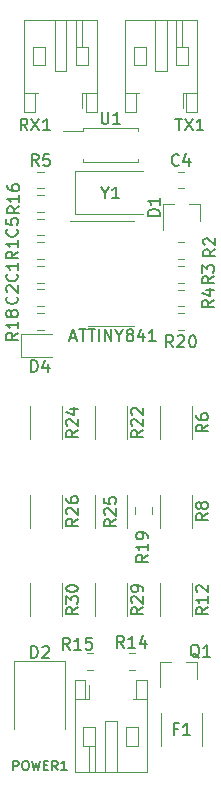
<source format=gbr>
%TF.GenerationSoftware,KiCad,Pcbnew,(6.0.2)*%
%TF.CreationDate,2022-02-16T12:52:40-05:00*%
%TF.ProjectId,aquabotsBMSModule,61717561-626f-4747-9342-4d534d6f6475,rev?*%
%TF.SameCoordinates,Original*%
%TF.FileFunction,Legend,Top*%
%TF.FilePolarity,Positive*%
%FSLAX46Y46*%
G04 Gerber Fmt 4.6, Leading zero omitted, Abs format (unit mm)*
G04 Created by KiCad (PCBNEW (6.0.2)) date 2022-02-16 12:52:40*
%MOMM*%
%LPD*%
G01*
G04 APERTURE LIST*
%ADD10C,0.150000*%
%ADD11C,0.120000*%
G04 APERTURE END LIST*
D10*
%TO.C,ATTINY841*%
X126580952Y-69566666D02*
X127057142Y-69566666D01*
X126485714Y-69852380D02*
X126819047Y-68852380D01*
X127152380Y-69852380D01*
X127342857Y-68852380D02*
X127914285Y-68852380D01*
X127628571Y-69852380D02*
X127628571Y-68852380D01*
X128104761Y-68852380D02*
X128676190Y-68852380D01*
X128390476Y-69852380D02*
X128390476Y-68852380D01*
X129009523Y-69852380D02*
X129009523Y-68852380D01*
X129485714Y-69852380D02*
X129485714Y-68852380D01*
X130057142Y-69852380D01*
X130057142Y-68852380D01*
X130723809Y-69376190D02*
X130723809Y-69852380D01*
X130390476Y-68852380D02*
X130723809Y-69376190D01*
X131057142Y-68852380D01*
X131533333Y-69280952D02*
X131438095Y-69233333D01*
X131390476Y-69185714D01*
X131342857Y-69090476D01*
X131342857Y-69042857D01*
X131390476Y-68947619D01*
X131438095Y-68900000D01*
X131533333Y-68852380D01*
X131723809Y-68852380D01*
X131819047Y-68900000D01*
X131866666Y-68947619D01*
X131914285Y-69042857D01*
X131914285Y-69090476D01*
X131866666Y-69185714D01*
X131819047Y-69233333D01*
X131723809Y-69280952D01*
X131533333Y-69280952D01*
X131438095Y-69328571D01*
X131390476Y-69376190D01*
X131342857Y-69471428D01*
X131342857Y-69661904D01*
X131390476Y-69757142D01*
X131438095Y-69804761D01*
X131533333Y-69852380D01*
X131723809Y-69852380D01*
X131819047Y-69804761D01*
X131866666Y-69757142D01*
X131914285Y-69661904D01*
X131914285Y-69471428D01*
X131866666Y-69376190D01*
X131819047Y-69328571D01*
X131723809Y-69280952D01*
X132771428Y-69185714D02*
X132771428Y-69852380D01*
X132533333Y-68804761D02*
X132295238Y-69519047D01*
X132914285Y-69519047D01*
X133819047Y-69852380D02*
X133247619Y-69852380D01*
X133533333Y-69852380D02*
X133533333Y-68852380D01*
X133438095Y-68995238D01*
X133342857Y-69090476D01*
X133247619Y-69138095D01*
%TO.C,C2*%
X122057142Y-66066666D02*
X122104761Y-66114285D01*
X122152380Y-66257142D01*
X122152380Y-66352380D01*
X122104761Y-66495238D01*
X122009523Y-66590476D01*
X121914285Y-66638095D01*
X121723809Y-66685714D01*
X121580952Y-66685714D01*
X121390476Y-66638095D01*
X121295238Y-66590476D01*
X121200000Y-66495238D01*
X121152380Y-66352380D01*
X121152380Y-66257142D01*
X121200000Y-66114285D01*
X121247619Y-66066666D01*
X121247619Y-65685714D02*
X121200000Y-65638095D01*
X121152380Y-65542857D01*
X121152380Y-65304761D01*
X121200000Y-65209523D01*
X121247619Y-65161904D01*
X121342857Y-65114285D01*
X121438095Y-65114285D01*
X121580952Y-65161904D01*
X122152380Y-65733333D01*
X122152380Y-65114285D01*
%TO.C,C5*%
X122057142Y-60366666D02*
X122104761Y-60414285D01*
X122152380Y-60557142D01*
X122152380Y-60652380D01*
X122104761Y-60795238D01*
X122009523Y-60890476D01*
X121914285Y-60938095D01*
X121723809Y-60985714D01*
X121580952Y-60985714D01*
X121390476Y-60938095D01*
X121295238Y-60890476D01*
X121200000Y-60795238D01*
X121152380Y-60652380D01*
X121152380Y-60557142D01*
X121200000Y-60414285D01*
X121247619Y-60366666D01*
X121152380Y-59461904D02*
X121152380Y-59938095D01*
X121628571Y-59985714D01*
X121580952Y-59938095D01*
X121533333Y-59842857D01*
X121533333Y-59604761D01*
X121580952Y-59509523D01*
X121628571Y-59461904D01*
X121723809Y-59414285D01*
X121961904Y-59414285D01*
X122057142Y-59461904D01*
X122104761Y-59509523D01*
X122152380Y-59604761D01*
X122152380Y-59842857D01*
X122104761Y-59938095D01*
X122057142Y-59985714D01*
%TO.C,D2*%
X123261904Y-96652380D02*
X123261904Y-95652380D01*
X123500000Y-95652380D01*
X123642857Y-95700000D01*
X123738095Y-95795238D01*
X123785714Y-95890476D01*
X123833333Y-96080952D01*
X123833333Y-96223809D01*
X123785714Y-96414285D01*
X123738095Y-96509523D01*
X123642857Y-96604761D01*
X123500000Y-96652380D01*
X123261904Y-96652380D01*
X124214285Y-95747619D02*
X124261904Y-95700000D01*
X124357142Y-95652380D01*
X124595238Y-95652380D01*
X124690476Y-95700000D01*
X124738095Y-95747619D01*
X124785714Y-95842857D01*
X124785714Y-95938095D01*
X124738095Y-96080952D01*
X124166666Y-96652380D01*
X124785714Y-96652380D01*
%TO.C,F1*%
X135666666Y-102678571D02*
X135333333Y-102678571D01*
X135333333Y-103202380D02*
X135333333Y-102202380D01*
X135809523Y-102202380D01*
X136714285Y-103202380D02*
X136142857Y-103202380D01*
X136428571Y-103202380D02*
X136428571Y-102202380D01*
X136333333Y-102345238D01*
X136238095Y-102440476D01*
X136142857Y-102488095D01*
%TO.C,POWER1*%
X121771428Y-106161904D02*
X121771428Y-105361904D01*
X122076190Y-105361904D01*
X122152380Y-105400000D01*
X122190476Y-105438095D01*
X122228571Y-105514285D01*
X122228571Y-105628571D01*
X122190476Y-105704761D01*
X122152380Y-105742857D01*
X122076190Y-105780952D01*
X121771428Y-105780952D01*
X122723809Y-105361904D02*
X122876190Y-105361904D01*
X122952380Y-105400000D01*
X123028571Y-105476190D01*
X123066666Y-105628571D01*
X123066666Y-105895238D01*
X123028571Y-106047619D01*
X122952380Y-106123809D01*
X122876190Y-106161904D01*
X122723809Y-106161904D01*
X122647619Y-106123809D01*
X122571428Y-106047619D01*
X122533333Y-105895238D01*
X122533333Y-105628571D01*
X122571428Y-105476190D01*
X122647619Y-105400000D01*
X122723809Y-105361904D01*
X123333333Y-105361904D02*
X123523809Y-106161904D01*
X123676190Y-105590476D01*
X123828571Y-106161904D01*
X124019047Y-105361904D01*
X124323809Y-105742857D02*
X124590476Y-105742857D01*
X124704761Y-106161904D02*
X124323809Y-106161904D01*
X124323809Y-105361904D01*
X124704761Y-105361904D01*
X125504761Y-106161904D02*
X125238095Y-105780952D01*
X125047619Y-106161904D02*
X125047619Y-105361904D01*
X125352380Y-105361904D01*
X125428571Y-105400000D01*
X125466666Y-105438095D01*
X125504761Y-105514285D01*
X125504761Y-105628571D01*
X125466666Y-105704761D01*
X125428571Y-105742857D01*
X125352380Y-105780952D01*
X125047619Y-105780952D01*
X126266666Y-106161904D02*
X125809523Y-106161904D01*
X126038095Y-106161904D02*
X126038095Y-105361904D01*
X125961904Y-105476190D01*
X125885714Y-105552380D01*
X125809523Y-105590476D01*
%TO.C,Q1*%
X137504761Y-96647619D02*
X137409523Y-96600000D01*
X137314285Y-96504761D01*
X137171428Y-96361904D01*
X137076190Y-96314285D01*
X136980952Y-96314285D01*
X137028571Y-96552380D02*
X136933333Y-96504761D01*
X136838095Y-96409523D01*
X136790476Y-96219047D01*
X136790476Y-95885714D01*
X136838095Y-95695238D01*
X136933333Y-95600000D01*
X137028571Y-95552380D01*
X137219047Y-95552380D01*
X137314285Y-95600000D01*
X137409523Y-95695238D01*
X137457142Y-95885714D01*
X137457142Y-96219047D01*
X137409523Y-96409523D01*
X137314285Y-96504761D01*
X137219047Y-96552380D01*
X137028571Y-96552380D01*
X138409523Y-96552380D02*
X137838095Y-96552380D01*
X138123809Y-96552380D02*
X138123809Y-95552380D01*
X138028571Y-95695238D01*
X137933333Y-95790476D01*
X137838095Y-95838095D01*
%TO.C,R3*%
X138752380Y-64366666D02*
X138276190Y-64700000D01*
X138752380Y-64938095D02*
X137752380Y-64938095D01*
X137752380Y-64557142D01*
X137800000Y-64461904D01*
X137847619Y-64414285D01*
X137942857Y-64366666D01*
X138085714Y-64366666D01*
X138180952Y-64414285D01*
X138228571Y-64461904D01*
X138276190Y-64557142D01*
X138276190Y-64938095D01*
X137752380Y-64033333D02*
X137752380Y-63414285D01*
X138133333Y-63747619D01*
X138133333Y-63604761D01*
X138180952Y-63509523D01*
X138228571Y-63461904D01*
X138323809Y-63414285D01*
X138561904Y-63414285D01*
X138657142Y-63461904D01*
X138704761Y-63509523D01*
X138752380Y-63604761D01*
X138752380Y-63890476D01*
X138704761Y-63985714D01*
X138657142Y-64033333D01*
%TO.C,R4*%
X138752380Y-66366666D02*
X138276190Y-66700000D01*
X138752380Y-66938095D02*
X137752380Y-66938095D01*
X137752380Y-66557142D01*
X137800000Y-66461904D01*
X137847619Y-66414285D01*
X137942857Y-66366666D01*
X138085714Y-66366666D01*
X138180952Y-66414285D01*
X138228571Y-66461904D01*
X138276190Y-66557142D01*
X138276190Y-66938095D01*
X138085714Y-65509523D02*
X138752380Y-65509523D01*
X137704761Y-65747619D02*
X138419047Y-65985714D01*
X138419047Y-65366666D01*
%TO.C,R5*%
X123895833Y-55002380D02*
X123562500Y-54526190D01*
X123324404Y-55002380D02*
X123324404Y-54002380D01*
X123705357Y-54002380D01*
X123800595Y-54050000D01*
X123848214Y-54097619D01*
X123895833Y-54192857D01*
X123895833Y-54335714D01*
X123848214Y-54430952D01*
X123800595Y-54478571D01*
X123705357Y-54526190D01*
X123324404Y-54526190D01*
X124800595Y-54002380D02*
X124324404Y-54002380D01*
X124276785Y-54478571D01*
X124324404Y-54430952D01*
X124419642Y-54383333D01*
X124657738Y-54383333D01*
X124752976Y-54430952D01*
X124800595Y-54478571D01*
X124848214Y-54573809D01*
X124848214Y-54811904D01*
X124800595Y-54907142D01*
X124752976Y-54954761D01*
X124657738Y-55002380D01*
X124419642Y-55002380D01*
X124324404Y-54954761D01*
X124276785Y-54907142D01*
%TO.C,R8*%
X138232380Y-84416666D02*
X137756190Y-84750000D01*
X138232380Y-84988095D02*
X137232380Y-84988095D01*
X137232380Y-84607142D01*
X137280000Y-84511904D01*
X137327619Y-84464285D01*
X137422857Y-84416666D01*
X137565714Y-84416666D01*
X137660952Y-84464285D01*
X137708571Y-84511904D01*
X137756190Y-84607142D01*
X137756190Y-84988095D01*
X137660952Y-83845238D02*
X137613333Y-83940476D01*
X137565714Y-83988095D01*
X137470476Y-84035714D01*
X137422857Y-84035714D01*
X137327619Y-83988095D01*
X137280000Y-83940476D01*
X137232380Y-83845238D01*
X137232380Y-83654761D01*
X137280000Y-83559523D01*
X137327619Y-83511904D01*
X137422857Y-83464285D01*
X137470476Y-83464285D01*
X137565714Y-83511904D01*
X137613333Y-83559523D01*
X137660952Y-83654761D01*
X137660952Y-83845238D01*
X137708571Y-83940476D01*
X137756190Y-83988095D01*
X137851428Y-84035714D01*
X138041904Y-84035714D01*
X138137142Y-83988095D01*
X138184761Y-83940476D01*
X138232380Y-83845238D01*
X138232380Y-83654761D01*
X138184761Y-83559523D01*
X138137142Y-83511904D01*
X138041904Y-83464285D01*
X137851428Y-83464285D01*
X137756190Y-83511904D01*
X137708571Y-83559523D01*
X137660952Y-83654761D01*
%TO.C,R12*%
X138232380Y-92392857D02*
X137756190Y-92726190D01*
X138232380Y-92964285D02*
X137232380Y-92964285D01*
X137232380Y-92583333D01*
X137280000Y-92488095D01*
X137327619Y-92440476D01*
X137422857Y-92392857D01*
X137565714Y-92392857D01*
X137660952Y-92440476D01*
X137708571Y-92488095D01*
X137756190Y-92583333D01*
X137756190Y-92964285D01*
X138232380Y-91440476D02*
X138232380Y-92011904D01*
X138232380Y-91726190D02*
X137232380Y-91726190D01*
X137375238Y-91821428D01*
X137470476Y-91916666D01*
X137518095Y-92011904D01*
X137327619Y-91059523D02*
X137280000Y-91011904D01*
X137232380Y-90916666D01*
X137232380Y-90678571D01*
X137280000Y-90583333D01*
X137327619Y-90535714D01*
X137422857Y-90488095D01*
X137518095Y-90488095D01*
X137660952Y-90535714D01*
X138232380Y-91107142D01*
X138232380Y-90488095D01*
%TO.C,R16*%
X122252380Y-58442857D02*
X121776190Y-58776190D01*
X122252380Y-59014285D02*
X121252380Y-59014285D01*
X121252380Y-58633333D01*
X121300000Y-58538095D01*
X121347619Y-58490476D01*
X121442857Y-58442857D01*
X121585714Y-58442857D01*
X121680952Y-58490476D01*
X121728571Y-58538095D01*
X121776190Y-58633333D01*
X121776190Y-59014285D01*
X122252380Y-57490476D02*
X122252380Y-58061904D01*
X122252380Y-57776190D02*
X121252380Y-57776190D01*
X121395238Y-57871428D01*
X121490476Y-57966666D01*
X121538095Y-58061904D01*
X121252380Y-56633333D02*
X121252380Y-56823809D01*
X121300000Y-56919047D01*
X121347619Y-56966666D01*
X121490476Y-57061904D01*
X121680952Y-57109523D01*
X122061904Y-57109523D01*
X122157142Y-57061904D01*
X122204761Y-57014285D01*
X122252380Y-56919047D01*
X122252380Y-56728571D01*
X122204761Y-56633333D01*
X122157142Y-56585714D01*
X122061904Y-56538095D01*
X121823809Y-56538095D01*
X121728571Y-56585714D01*
X121680952Y-56633333D01*
X121633333Y-56728571D01*
X121633333Y-56919047D01*
X121680952Y-57014285D01*
X121728571Y-57061904D01*
X121823809Y-57109523D01*
%TO.C,R18*%
X122152380Y-69142857D02*
X121676190Y-69476190D01*
X122152380Y-69714285D02*
X121152380Y-69714285D01*
X121152380Y-69333333D01*
X121200000Y-69238095D01*
X121247619Y-69190476D01*
X121342857Y-69142857D01*
X121485714Y-69142857D01*
X121580952Y-69190476D01*
X121628571Y-69238095D01*
X121676190Y-69333333D01*
X121676190Y-69714285D01*
X122152380Y-68190476D02*
X122152380Y-68761904D01*
X122152380Y-68476190D02*
X121152380Y-68476190D01*
X121295238Y-68571428D01*
X121390476Y-68666666D01*
X121438095Y-68761904D01*
X121580952Y-67619047D02*
X121533333Y-67714285D01*
X121485714Y-67761904D01*
X121390476Y-67809523D01*
X121342857Y-67809523D01*
X121247619Y-67761904D01*
X121200000Y-67714285D01*
X121152380Y-67619047D01*
X121152380Y-67428571D01*
X121200000Y-67333333D01*
X121247619Y-67285714D01*
X121342857Y-67238095D01*
X121390476Y-67238095D01*
X121485714Y-67285714D01*
X121533333Y-67333333D01*
X121580952Y-67428571D01*
X121580952Y-67619047D01*
X121628571Y-67714285D01*
X121676190Y-67761904D01*
X121771428Y-67809523D01*
X121961904Y-67809523D01*
X122057142Y-67761904D01*
X122104761Y-67714285D01*
X122152380Y-67619047D01*
X122152380Y-67428571D01*
X122104761Y-67333333D01*
X122057142Y-67285714D01*
X121961904Y-67238095D01*
X121771428Y-67238095D01*
X121676190Y-67285714D01*
X121628571Y-67333333D01*
X121580952Y-67428571D01*
%TO.C,R19*%
X133152380Y-87942857D02*
X132676190Y-88276190D01*
X133152380Y-88514285D02*
X132152380Y-88514285D01*
X132152380Y-88133333D01*
X132200000Y-88038095D01*
X132247619Y-87990476D01*
X132342857Y-87942857D01*
X132485714Y-87942857D01*
X132580952Y-87990476D01*
X132628571Y-88038095D01*
X132676190Y-88133333D01*
X132676190Y-88514285D01*
X133152380Y-86990476D02*
X133152380Y-87561904D01*
X133152380Y-87276190D02*
X132152380Y-87276190D01*
X132295238Y-87371428D01*
X132390476Y-87466666D01*
X132438095Y-87561904D01*
X133152380Y-86514285D02*
X133152380Y-86323809D01*
X133104761Y-86228571D01*
X133057142Y-86180952D01*
X132914285Y-86085714D01*
X132723809Y-86038095D01*
X132342857Y-86038095D01*
X132247619Y-86085714D01*
X132200000Y-86133333D01*
X132152380Y-86228571D01*
X132152380Y-86419047D01*
X132200000Y-86514285D01*
X132247619Y-86561904D01*
X132342857Y-86609523D01*
X132580952Y-86609523D01*
X132676190Y-86561904D01*
X132723809Y-86514285D01*
X132771428Y-86419047D01*
X132771428Y-86228571D01*
X132723809Y-86133333D01*
X132676190Y-86085714D01*
X132580952Y-86038095D01*
%TO.C,R20*%
X135294642Y-70352380D02*
X134961309Y-69876190D01*
X134723214Y-70352380D02*
X134723214Y-69352380D01*
X135104166Y-69352380D01*
X135199404Y-69400000D01*
X135247023Y-69447619D01*
X135294642Y-69542857D01*
X135294642Y-69685714D01*
X135247023Y-69780952D01*
X135199404Y-69828571D01*
X135104166Y-69876190D01*
X134723214Y-69876190D01*
X135675595Y-69447619D02*
X135723214Y-69400000D01*
X135818452Y-69352380D01*
X136056547Y-69352380D01*
X136151785Y-69400000D01*
X136199404Y-69447619D01*
X136247023Y-69542857D01*
X136247023Y-69638095D01*
X136199404Y-69780952D01*
X135627976Y-70352380D01*
X136247023Y-70352380D01*
X136866071Y-69352380D02*
X136961309Y-69352380D01*
X137056547Y-69400000D01*
X137104166Y-69447619D01*
X137151785Y-69542857D01*
X137199404Y-69733333D01*
X137199404Y-69971428D01*
X137151785Y-70161904D01*
X137104166Y-70257142D01*
X137056547Y-70304761D01*
X136961309Y-70352380D01*
X136866071Y-70352380D01*
X136770833Y-70304761D01*
X136723214Y-70257142D01*
X136675595Y-70161904D01*
X136627976Y-69971428D01*
X136627976Y-69733333D01*
X136675595Y-69542857D01*
X136723214Y-69447619D01*
X136770833Y-69400000D01*
X136866071Y-69352380D01*
%TO.C,R25*%
X130452380Y-84942857D02*
X129976190Y-85276190D01*
X130452380Y-85514285D02*
X129452380Y-85514285D01*
X129452380Y-85133333D01*
X129500000Y-85038095D01*
X129547619Y-84990476D01*
X129642857Y-84942857D01*
X129785714Y-84942857D01*
X129880952Y-84990476D01*
X129928571Y-85038095D01*
X129976190Y-85133333D01*
X129976190Y-85514285D01*
X129547619Y-84561904D02*
X129500000Y-84514285D01*
X129452380Y-84419047D01*
X129452380Y-84180952D01*
X129500000Y-84085714D01*
X129547619Y-84038095D01*
X129642857Y-83990476D01*
X129738095Y-83990476D01*
X129880952Y-84038095D01*
X130452380Y-84609523D01*
X130452380Y-83990476D01*
X129452380Y-83085714D02*
X129452380Y-83561904D01*
X129928571Y-83609523D01*
X129880952Y-83561904D01*
X129833333Y-83466666D01*
X129833333Y-83228571D01*
X129880952Y-83133333D01*
X129928571Y-83085714D01*
X130023809Y-83038095D01*
X130261904Y-83038095D01*
X130357142Y-83085714D01*
X130404761Y-83133333D01*
X130452380Y-83228571D01*
X130452380Y-83466666D01*
X130404761Y-83561904D01*
X130357142Y-83609523D01*
%TO.C,R26*%
X127232380Y-84892857D02*
X126756190Y-85226190D01*
X127232380Y-85464285D02*
X126232380Y-85464285D01*
X126232380Y-85083333D01*
X126280000Y-84988095D01*
X126327619Y-84940476D01*
X126422857Y-84892857D01*
X126565714Y-84892857D01*
X126660952Y-84940476D01*
X126708571Y-84988095D01*
X126756190Y-85083333D01*
X126756190Y-85464285D01*
X126327619Y-84511904D02*
X126280000Y-84464285D01*
X126232380Y-84369047D01*
X126232380Y-84130952D01*
X126280000Y-84035714D01*
X126327619Y-83988095D01*
X126422857Y-83940476D01*
X126518095Y-83940476D01*
X126660952Y-83988095D01*
X127232380Y-84559523D01*
X127232380Y-83940476D01*
X126232380Y-83083333D02*
X126232380Y-83273809D01*
X126280000Y-83369047D01*
X126327619Y-83416666D01*
X126470476Y-83511904D01*
X126660952Y-83559523D01*
X127041904Y-83559523D01*
X127137142Y-83511904D01*
X127184761Y-83464285D01*
X127232380Y-83369047D01*
X127232380Y-83178571D01*
X127184761Y-83083333D01*
X127137142Y-83035714D01*
X127041904Y-82988095D01*
X126803809Y-82988095D01*
X126708571Y-83035714D01*
X126660952Y-83083333D01*
X126613333Y-83178571D01*
X126613333Y-83369047D01*
X126660952Y-83464285D01*
X126708571Y-83511904D01*
X126803809Y-83559523D01*
%TO.C,R29*%
X132732380Y-92392857D02*
X132256190Y-92726190D01*
X132732380Y-92964285D02*
X131732380Y-92964285D01*
X131732380Y-92583333D01*
X131780000Y-92488095D01*
X131827619Y-92440476D01*
X131922857Y-92392857D01*
X132065714Y-92392857D01*
X132160952Y-92440476D01*
X132208571Y-92488095D01*
X132256190Y-92583333D01*
X132256190Y-92964285D01*
X131827619Y-92011904D02*
X131780000Y-91964285D01*
X131732380Y-91869047D01*
X131732380Y-91630952D01*
X131780000Y-91535714D01*
X131827619Y-91488095D01*
X131922857Y-91440476D01*
X132018095Y-91440476D01*
X132160952Y-91488095D01*
X132732380Y-92059523D01*
X132732380Y-91440476D01*
X132732380Y-90964285D02*
X132732380Y-90773809D01*
X132684761Y-90678571D01*
X132637142Y-90630952D01*
X132494285Y-90535714D01*
X132303809Y-90488095D01*
X131922857Y-90488095D01*
X131827619Y-90535714D01*
X131780000Y-90583333D01*
X131732380Y-90678571D01*
X131732380Y-90869047D01*
X131780000Y-90964285D01*
X131827619Y-91011904D01*
X131922857Y-91059523D01*
X132160952Y-91059523D01*
X132256190Y-91011904D01*
X132303809Y-90964285D01*
X132351428Y-90869047D01*
X132351428Y-90678571D01*
X132303809Y-90583333D01*
X132256190Y-90535714D01*
X132160952Y-90488095D01*
%TO.C,R30*%
X127232380Y-92392857D02*
X126756190Y-92726190D01*
X127232380Y-92964285D02*
X126232380Y-92964285D01*
X126232380Y-92583333D01*
X126280000Y-92488095D01*
X126327619Y-92440476D01*
X126422857Y-92392857D01*
X126565714Y-92392857D01*
X126660952Y-92440476D01*
X126708571Y-92488095D01*
X126756190Y-92583333D01*
X126756190Y-92964285D01*
X126232380Y-92059523D02*
X126232380Y-91440476D01*
X126613333Y-91773809D01*
X126613333Y-91630952D01*
X126660952Y-91535714D01*
X126708571Y-91488095D01*
X126803809Y-91440476D01*
X127041904Y-91440476D01*
X127137142Y-91488095D01*
X127184761Y-91535714D01*
X127232380Y-91630952D01*
X127232380Y-91916666D01*
X127184761Y-92011904D01*
X127137142Y-92059523D01*
X126232380Y-90821428D02*
X126232380Y-90726190D01*
X126280000Y-90630952D01*
X126327619Y-90583333D01*
X126422857Y-90535714D01*
X126613333Y-90488095D01*
X126851428Y-90488095D01*
X127041904Y-90535714D01*
X127137142Y-90583333D01*
X127184761Y-90630952D01*
X127232380Y-90726190D01*
X127232380Y-90821428D01*
X127184761Y-90916666D01*
X127137142Y-90964285D01*
X127041904Y-91011904D01*
X126851428Y-91059523D01*
X126613333Y-91059523D01*
X126422857Y-91011904D01*
X126327619Y-90964285D01*
X126280000Y-90916666D01*
X126232380Y-90821428D01*
%TO.C,RX1*%
X122957142Y-52002380D02*
X122623809Y-51526190D01*
X122385714Y-52002380D02*
X122385714Y-51002380D01*
X122766666Y-51002380D01*
X122861904Y-51050000D01*
X122909523Y-51097619D01*
X122957142Y-51192857D01*
X122957142Y-51335714D01*
X122909523Y-51430952D01*
X122861904Y-51478571D01*
X122766666Y-51526190D01*
X122385714Y-51526190D01*
X123290476Y-51002380D02*
X123957142Y-52002380D01*
X123957142Y-51002380D02*
X123290476Y-52002380D01*
X124861904Y-52002380D02*
X124290476Y-52002380D01*
X124576190Y-52002380D02*
X124576190Y-51002380D01*
X124480952Y-51145238D01*
X124385714Y-51240476D01*
X124290476Y-51288095D01*
%TO.C,TX1*%
X135461904Y-51002380D02*
X136033333Y-51002380D01*
X135747619Y-52002380D02*
X135747619Y-51002380D01*
X136271428Y-51002380D02*
X136938095Y-52002380D01*
X136938095Y-51002380D02*
X136271428Y-52002380D01*
X137842857Y-52002380D02*
X137271428Y-52002380D01*
X137557142Y-52002380D02*
X137557142Y-51002380D01*
X137461904Y-51145238D01*
X137366666Y-51240476D01*
X137271428Y-51288095D01*
%TO.C,Y1*%
X129523809Y-57276190D02*
X129523809Y-57752380D01*
X129190476Y-56752380D02*
X129523809Y-57276190D01*
X129857142Y-56752380D01*
X130714285Y-57752380D02*
X130142857Y-57752380D01*
X130428571Y-57752380D02*
X130428571Y-56752380D01*
X130333333Y-56895238D01*
X130238095Y-56990476D01*
X130142857Y-57038095D01*
%TO.C,D4*%
X123261904Y-72452380D02*
X123261904Y-71452380D01*
X123500000Y-71452380D01*
X123642857Y-71500000D01*
X123738095Y-71595238D01*
X123785714Y-71690476D01*
X123833333Y-71880952D01*
X123833333Y-72023809D01*
X123785714Y-72214285D01*
X123738095Y-72309523D01*
X123642857Y-72404761D01*
X123500000Y-72452380D01*
X123261904Y-72452380D01*
X124690476Y-71785714D02*
X124690476Y-72452380D01*
X124452380Y-71404761D02*
X124214285Y-72119047D01*
X124833333Y-72119047D01*
%TO.C,R24*%
X127232380Y-77392857D02*
X126756190Y-77726190D01*
X127232380Y-77964285D02*
X126232380Y-77964285D01*
X126232380Y-77583333D01*
X126280000Y-77488095D01*
X126327619Y-77440476D01*
X126422857Y-77392857D01*
X126565714Y-77392857D01*
X126660952Y-77440476D01*
X126708571Y-77488095D01*
X126756190Y-77583333D01*
X126756190Y-77964285D01*
X126327619Y-77011904D02*
X126280000Y-76964285D01*
X126232380Y-76869047D01*
X126232380Y-76630952D01*
X126280000Y-76535714D01*
X126327619Y-76488095D01*
X126422857Y-76440476D01*
X126518095Y-76440476D01*
X126660952Y-76488095D01*
X127232380Y-77059523D01*
X127232380Y-76440476D01*
X126565714Y-75583333D02*
X127232380Y-75583333D01*
X126184761Y-75821428D02*
X126899047Y-76059523D01*
X126899047Y-75440476D01*
%TO.C,R6*%
X138232380Y-76916666D02*
X137756190Y-77250000D01*
X138232380Y-77488095D02*
X137232380Y-77488095D01*
X137232380Y-77107142D01*
X137280000Y-77011904D01*
X137327619Y-76964285D01*
X137422857Y-76916666D01*
X137565714Y-76916666D01*
X137660952Y-76964285D01*
X137708571Y-77011904D01*
X137756190Y-77107142D01*
X137756190Y-77488095D01*
X137232380Y-76059523D02*
X137232380Y-76250000D01*
X137280000Y-76345238D01*
X137327619Y-76392857D01*
X137470476Y-76488095D01*
X137660952Y-76535714D01*
X138041904Y-76535714D01*
X138137142Y-76488095D01*
X138184761Y-76440476D01*
X138232380Y-76345238D01*
X138232380Y-76154761D01*
X138184761Y-76059523D01*
X138137142Y-76011904D01*
X138041904Y-75964285D01*
X137803809Y-75964285D01*
X137708571Y-76011904D01*
X137660952Y-76059523D01*
X137613333Y-76154761D01*
X137613333Y-76345238D01*
X137660952Y-76440476D01*
X137708571Y-76488095D01*
X137803809Y-76535714D01*
%TO.C,R22*%
X132732380Y-77392857D02*
X132256190Y-77726190D01*
X132732380Y-77964285D02*
X131732380Y-77964285D01*
X131732380Y-77583333D01*
X131780000Y-77488095D01*
X131827619Y-77440476D01*
X131922857Y-77392857D01*
X132065714Y-77392857D01*
X132160952Y-77440476D01*
X132208571Y-77488095D01*
X132256190Y-77583333D01*
X132256190Y-77964285D01*
X131827619Y-77011904D02*
X131780000Y-76964285D01*
X131732380Y-76869047D01*
X131732380Y-76630952D01*
X131780000Y-76535714D01*
X131827619Y-76488095D01*
X131922857Y-76440476D01*
X132018095Y-76440476D01*
X132160952Y-76488095D01*
X132732380Y-77059523D01*
X132732380Y-76440476D01*
X131827619Y-76059523D02*
X131780000Y-76011904D01*
X131732380Y-75916666D01*
X131732380Y-75678571D01*
X131780000Y-75583333D01*
X131827619Y-75535714D01*
X131922857Y-75488095D01*
X132018095Y-75488095D01*
X132160952Y-75535714D01*
X132732380Y-76107142D01*
X132732380Y-75488095D01*
%TO.C,C4*%
X135770833Y-54907142D02*
X135723214Y-54954761D01*
X135580357Y-55002380D01*
X135485119Y-55002380D01*
X135342261Y-54954761D01*
X135247023Y-54859523D01*
X135199404Y-54764285D01*
X135151785Y-54573809D01*
X135151785Y-54430952D01*
X135199404Y-54240476D01*
X135247023Y-54145238D01*
X135342261Y-54050000D01*
X135485119Y-54002380D01*
X135580357Y-54002380D01*
X135723214Y-54050000D01*
X135770833Y-54097619D01*
X136627976Y-54335714D02*
X136627976Y-55002380D01*
X136389880Y-53954761D02*
X136151785Y-54669047D01*
X136770833Y-54669047D01*
%TO.C,C1*%
X122057142Y-64166666D02*
X122104761Y-64214285D01*
X122152380Y-64357142D01*
X122152380Y-64452380D01*
X122104761Y-64595238D01*
X122009523Y-64690476D01*
X121914285Y-64738095D01*
X121723809Y-64785714D01*
X121580952Y-64785714D01*
X121390476Y-64738095D01*
X121295238Y-64690476D01*
X121200000Y-64595238D01*
X121152380Y-64452380D01*
X121152380Y-64357142D01*
X121200000Y-64214285D01*
X121247619Y-64166666D01*
X122152380Y-63214285D02*
X122152380Y-63785714D01*
X122152380Y-63500000D02*
X121152380Y-63500000D01*
X121295238Y-63595238D01*
X121390476Y-63690476D01*
X121438095Y-63785714D01*
%TO.C,U1*%
X129238095Y-50452380D02*
X129238095Y-51261904D01*
X129285714Y-51357142D01*
X129333333Y-51404761D01*
X129428571Y-51452380D01*
X129619047Y-51452380D01*
X129714285Y-51404761D01*
X129761904Y-51357142D01*
X129809523Y-51261904D01*
X129809523Y-50452380D01*
X130809523Y-51452380D02*
X130238095Y-51452380D01*
X130523809Y-51452380D02*
X130523809Y-50452380D01*
X130428571Y-50595238D01*
X130333333Y-50690476D01*
X130238095Y-50738095D01*
%TO.C,R1*%
X122152380Y-62266666D02*
X121676190Y-62600000D01*
X122152380Y-62838095D02*
X121152380Y-62838095D01*
X121152380Y-62457142D01*
X121200000Y-62361904D01*
X121247619Y-62314285D01*
X121342857Y-62266666D01*
X121485714Y-62266666D01*
X121580952Y-62314285D01*
X121628571Y-62361904D01*
X121676190Y-62457142D01*
X121676190Y-62838095D01*
X122152380Y-61314285D02*
X122152380Y-61885714D01*
X122152380Y-61600000D02*
X121152380Y-61600000D01*
X121295238Y-61695238D01*
X121390476Y-61790476D01*
X121438095Y-61885714D01*
%TO.C,R2*%
X138852380Y-62066666D02*
X138376190Y-62400000D01*
X138852380Y-62638095D02*
X137852380Y-62638095D01*
X137852380Y-62257142D01*
X137900000Y-62161904D01*
X137947619Y-62114285D01*
X138042857Y-62066666D01*
X138185714Y-62066666D01*
X138280952Y-62114285D01*
X138328571Y-62161904D01*
X138376190Y-62257142D01*
X138376190Y-62638095D01*
X137947619Y-61685714D02*
X137900000Y-61638095D01*
X137852380Y-61542857D01*
X137852380Y-61304761D01*
X137900000Y-61209523D01*
X137947619Y-61161904D01*
X138042857Y-61114285D01*
X138138095Y-61114285D01*
X138280952Y-61161904D01*
X138852380Y-61733333D01*
X138852380Y-61114285D01*
%TO.C,D1*%
X134152380Y-59238095D02*
X133152380Y-59238095D01*
X133152380Y-59000000D01*
X133200000Y-58857142D01*
X133295238Y-58761904D01*
X133390476Y-58714285D01*
X133580952Y-58666666D01*
X133723809Y-58666666D01*
X133914285Y-58714285D01*
X134009523Y-58761904D01*
X134104761Y-58857142D01*
X134152380Y-59000000D01*
X134152380Y-59238095D01*
X134152380Y-57714285D02*
X134152380Y-58285714D01*
X134152380Y-58000000D02*
X133152380Y-58000000D01*
X133295238Y-58095238D01*
X133390476Y-58190476D01*
X133438095Y-58285714D01*
%TO.C,R14*%
X131127142Y-95802380D02*
X130793809Y-95326190D01*
X130555714Y-95802380D02*
X130555714Y-94802380D01*
X130936666Y-94802380D01*
X131031904Y-94850000D01*
X131079523Y-94897619D01*
X131127142Y-94992857D01*
X131127142Y-95135714D01*
X131079523Y-95230952D01*
X131031904Y-95278571D01*
X130936666Y-95326190D01*
X130555714Y-95326190D01*
X132079523Y-95802380D02*
X131508095Y-95802380D01*
X131793809Y-95802380D02*
X131793809Y-94802380D01*
X131698571Y-94945238D01*
X131603333Y-95040476D01*
X131508095Y-95088095D01*
X132936666Y-95135714D02*
X132936666Y-95802380D01*
X132698571Y-94754761D02*
X132460476Y-95469047D01*
X133079523Y-95469047D01*
%TO.C,R15*%
X126557142Y-95952380D02*
X126223809Y-95476190D01*
X125985714Y-95952380D02*
X125985714Y-94952380D01*
X126366666Y-94952380D01*
X126461904Y-95000000D01*
X126509523Y-95047619D01*
X126557142Y-95142857D01*
X126557142Y-95285714D01*
X126509523Y-95380952D01*
X126461904Y-95428571D01*
X126366666Y-95476190D01*
X125985714Y-95476190D01*
X127509523Y-95952380D02*
X126938095Y-95952380D01*
X127223809Y-95952380D02*
X127223809Y-94952380D01*
X127128571Y-95095238D01*
X127033333Y-95190476D01*
X126938095Y-95238095D01*
X128414285Y-94952380D02*
X127938095Y-94952380D01*
X127890476Y-95428571D01*
X127938095Y-95380952D01*
X128033333Y-95333333D01*
X128271428Y-95333333D01*
X128366666Y-95380952D01*
X128414285Y-95428571D01*
X128461904Y-95523809D01*
X128461904Y-95761904D01*
X128414285Y-95857142D01*
X128366666Y-95904761D01*
X128271428Y-95952380D01*
X128033333Y-95952380D01*
X127938095Y-95904761D01*
X127890476Y-95857142D01*
D11*
%TO.C,ATTINY841*%
X130000000Y-68535000D02*
X131950000Y-68535000D01*
X130000000Y-59665000D02*
X126550000Y-59665000D01*
X130000000Y-59665000D02*
X131950000Y-59665000D01*
X130000000Y-68535000D02*
X128050000Y-68535000D01*
%TO.C,C2*%
X123803922Y-65457855D02*
X124321078Y-65457855D01*
X123803922Y-66877855D02*
X124321078Y-66877855D01*
%TO.C,C5*%
X124321078Y-59477142D02*
X123803922Y-59477142D01*
X124321078Y-60897142D02*
X123803922Y-60897142D01*
%TO.C,D2*%
X126150000Y-96950000D02*
X126150000Y-102650000D01*
X121850000Y-96950000D02*
X121850000Y-102650000D01*
X126150000Y-96950000D02*
X121850000Y-96950000D01*
%TO.C,F1*%
X134290000Y-101363748D02*
X134290000Y-104136252D01*
X137710000Y-101363748D02*
X137710000Y-104136252D01*
%TO.C,POWER1*%
X132300000Y-102500000D02*
X132300000Y-104100000D01*
X128700000Y-104100000D02*
X128700000Y-106360000D01*
X128700000Y-104100000D02*
X128700000Y-102500000D01*
X133060000Y-98540000D02*
X132140000Y-98540000D01*
X133060000Y-100140000D02*
X132140000Y-100140000D01*
X133060000Y-106360000D02*
X133060000Y-98540000D01*
X132140000Y-98540000D02*
X132140000Y-100140000D01*
X132300000Y-104100000D02*
X131300000Y-104100000D01*
X129500000Y-102000000D02*
X130500000Y-102000000D01*
X128140000Y-100140000D02*
X127860000Y-100140000D01*
X131300000Y-102500000D02*
X132300000Y-102500000D01*
X126940000Y-106360000D02*
X133060000Y-106360000D01*
X127700000Y-104100000D02*
X128700000Y-104100000D01*
X126940000Y-98540000D02*
X126940000Y-106360000D01*
X132140000Y-100140000D02*
X131860000Y-100140000D01*
X127860000Y-98540000D02*
X126940000Y-98540000D01*
X127700000Y-102500000D02*
X127700000Y-104100000D01*
X128200000Y-104100000D02*
X128200000Y-106360000D01*
X131300000Y-104100000D02*
X131300000Y-102500000D01*
X126940000Y-100140000D02*
X127860000Y-100140000D01*
X128140000Y-100140000D02*
X128140000Y-98925000D01*
X129500000Y-106360000D02*
X129500000Y-102000000D01*
X130500000Y-102000000D02*
X130500000Y-106360000D01*
X127860000Y-100140000D02*
X127860000Y-98540000D01*
X128700000Y-102500000D02*
X127700000Y-102500000D01*
%TO.C,Q1*%
X134170000Y-96990000D02*
X134170000Y-99150000D01*
X137330000Y-96990000D02*
X137330000Y-98450000D01*
X134170000Y-96990000D02*
X135100000Y-96990000D01*
X137330000Y-96990000D02*
X136400000Y-96990000D01*
%TO.C,R3*%
X135678922Y-64910000D02*
X136196078Y-64910000D01*
X135678922Y-63490000D02*
X136196078Y-63490000D01*
%TO.C,R4*%
X135678922Y-65490000D02*
X136196078Y-65490000D01*
X135678922Y-66910000D02*
X136196078Y-66910000D01*
%TO.C,R5*%
X123803922Y-56910000D02*
X124321078Y-56910000D01*
X123803922Y-55490000D02*
X124321078Y-55490000D01*
%TO.C,R8*%
X134140000Y-82847936D02*
X134140000Y-85652064D01*
X136860000Y-82847936D02*
X136860000Y-85652064D01*
%TO.C,R12*%
X136860000Y-90347936D02*
X136860000Y-93152064D01*
X134140000Y-90347936D02*
X134140000Y-93152064D01*
%TO.C,R16*%
X123803922Y-57490000D02*
X124321078Y-57490000D01*
X123803922Y-58910000D02*
X124321078Y-58910000D01*
%TO.C,R18*%
X124321078Y-68871426D02*
X123803922Y-68871426D01*
X124321078Y-67451426D02*
X123803922Y-67451426D01*
%TO.C,R19*%
X132040000Y-84446078D02*
X132040000Y-83928922D01*
X133460000Y-84446078D02*
X133460000Y-83928922D01*
%TO.C,R20*%
X135678922Y-68871426D02*
X136196078Y-68871426D01*
X135678922Y-67451426D02*
X136196078Y-67451426D01*
%TO.C,R25*%
X131360000Y-82847936D02*
X131360000Y-85652064D01*
X128640000Y-82847936D02*
X128640000Y-85652064D01*
%TO.C,R26*%
X123140000Y-82847936D02*
X123140000Y-85652064D01*
X125860000Y-82847936D02*
X125860000Y-85652064D01*
%TO.C,R29*%
X128640000Y-90347936D02*
X128640000Y-93152064D01*
X131360000Y-90347936D02*
X131360000Y-93152064D01*
%TO.C,R30*%
X125860000Y-90347936D02*
X125860000Y-93152064D01*
X123140000Y-90347936D02*
X123140000Y-93152064D01*
%TO.C,RX1*%
X126250000Y-47000000D02*
X125250000Y-47000000D01*
X123450000Y-46500000D02*
X123450000Y-44900000D01*
X128050000Y-44900000D02*
X127050000Y-44900000D01*
X127890000Y-48860000D02*
X127890000Y-50460000D01*
X122690000Y-42640000D02*
X122690000Y-50460000D01*
X128050000Y-46500000D02*
X128050000Y-44900000D01*
X127050000Y-46500000D02*
X128050000Y-46500000D01*
X122690000Y-50460000D02*
X123610000Y-50460000D01*
X127890000Y-50460000D02*
X128810000Y-50460000D01*
X127050000Y-44900000D02*
X127050000Y-42640000D01*
X127550000Y-44900000D02*
X127550000Y-42640000D01*
X123450000Y-44900000D02*
X124450000Y-44900000D01*
X127610000Y-48860000D02*
X127890000Y-48860000D01*
X124450000Y-46500000D02*
X123450000Y-46500000D01*
X126250000Y-42640000D02*
X126250000Y-47000000D01*
X128810000Y-50460000D02*
X128810000Y-42640000D01*
X124450000Y-44900000D02*
X124450000Y-46500000D01*
X125250000Y-47000000D02*
X125250000Y-42640000D01*
X128810000Y-48860000D02*
X127890000Y-48860000D01*
X128810000Y-42640000D02*
X122690000Y-42640000D01*
X122690000Y-48860000D02*
X123610000Y-48860000D01*
X123610000Y-50460000D02*
X123610000Y-48860000D01*
X127050000Y-44900000D02*
X127050000Y-46500000D01*
X123610000Y-48860000D02*
X123890000Y-48860000D01*
X127610000Y-48860000D02*
X127610000Y-50075000D01*
%TO.C,TX1*%
X135550000Y-44900000D02*
X135550000Y-46500000D01*
X137310000Y-48860000D02*
X136390000Y-48860000D01*
X136550000Y-46500000D02*
X136550000Y-44900000D01*
X131950000Y-46500000D02*
X131950000Y-44900000D01*
X135550000Y-44900000D02*
X135550000Y-42640000D01*
X133750000Y-47000000D02*
X133750000Y-42640000D01*
X134750000Y-42640000D02*
X134750000Y-47000000D01*
X137310000Y-42640000D02*
X131190000Y-42640000D01*
X132950000Y-44900000D02*
X132950000Y-46500000D01*
X136390000Y-50460000D02*
X137310000Y-50460000D01*
X136110000Y-48860000D02*
X136110000Y-50075000D01*
X137310000Y-50460000D02*
X137310000Y-42640000D01*
X136110000Y-48860000D02*
X136390000Y-48860000D01*
X131950000Y-44900000D02*
X132950000Y-44900000D01*
X131190000Y-48860000D02*
X132110000Y-48860000D01*
X132110000Y-48860000D02*
X132390000Y-48860000D01*
X132110000Y-50460000D02*
X132110000Y-48860000D01*
X134750000Y-47000000D02*
X133750000Y-47000000D01*
X136390000Y-48860000D02*
X136390000Y-50460000D01*
X131190000Y-50460000D02*
X132110000Y-50460000D01*
X135550000Y-46500000D02*
X136550000Y-46500000D01*
X136550000Y-44900000D02*
X135550000Y-44900000D01*
X132950000Y-46500000D02*
X131950000Y-46500000D01*
X136050000Y-44900000D02*
X136050000Y-42640000D01*
X131190000Y-42640000D02*
X131190000Y-50460000D01*
%TO.C,Y1*%
X126950000Y-55450000D02*
X126950000Y-59050000D01*
X126950000Y-59050000D02*
X132700000Y-59050000D01*
X132700000Y-55450000D02*
X126950000Y-55450000D01*
%TO.C,D4*%
X122377500Y-69240000D02*
X122377500Y-71160000D01*
X122377500Y-71160000D02*
X125062500Y-71160000D01*
X125062500Y-69240000D02*
X122377500Y-69240000D01*
%TO.C,R24*%
X125860000Y-75347936D02*
X125860000Y-78152064D01*
X123140000Y-75347936D02*
X123140000Y-78152064D01*
%TO.C,R6*%
X134140000Y-75347936D02*
X134140000Y-78152064D01*
X136860000Y-75347936D02*
X136860000Y-78152064D01*
%TO.C,R22*%
X131360000Y-75347936D02*
X131360000Y-78152064D01*
X128640000Y-75347936D02*
X128640000Y-78152064D01*
%TO.C,C4*%
X135678922Y-55490000D02*
X136196078Y-55490000D01*
X135678922Y-56910000D02*
X136196078Y-56910000D01*
%TO.C,C1*%
X123803922Y-64884284D02*
X124321078Y-64884284D01*
X123803922Y-63464284D02*
X124321078Y-63464284D01*
%TO.C,U1*%
X127690000Y-54660000D02*
X127690000Y-54445000D01*
X127690000Y-52055000D02*
X126000000Y-52055000D01*
X132310000Y-51840000D02*
X132310000Y-52055000D01*
X127690000Y-51840000D02*
X127690000Y-52055000D01*
X130000000Y-54660000D02*
X132310000Y-54660000D01*
X130000000Y-51840000D02*
X127690000Y-51840000D01*
X130000000Y-51840000D02*
X132310000Y-51840000D01*
X130000000Y-54660000D02*
X127690000Y-54660000D01*
X132310000Y-54660000D02*
X132310000Y-54445000D01*
%TO.C,R1*%
X123803922Y-62890713D02*
X124321078Y-62890713D01*
X123803922Y-61470713D02*
X124321078Y-61470713D01*
%TO.C,R2*%
X135678922Y-61460000D02*
X136196078Y-61460000D01*
X135678922Y-62880000D02*
X136196078Y-62880000D01*
%TO.C,D1*%
X134427500Y-58240000D02*
X134427500Y-60400000D01*
X134427500Y-58240000D02*
X135357500Y-58240000D01*
X137587500Y-58240000D02*
X136657500Y-58240000D01*
X137587500Y-58240000D02*
X137587500Y-59700000D01*
%TO.C,R14*%
X131511422Y-97710000D02*
X132028578Y-97710000D01*
X131511422Y-96290000D02*
X132028578Y-96290000D01*
%TO.C,R15*%
X128488578Y-96290000D02*
X127971422Y-96290000D01*
X128488578Y-97710000D02*
X127971422Y-97710000D01*
%TD*%
M02*

</source>
